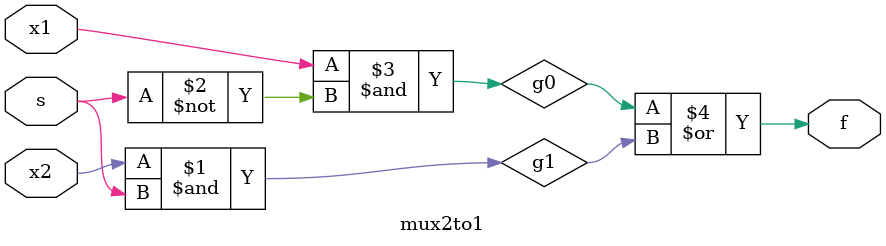
<source format=v>
`timescale 1ns / 1ps

 module mux2to1(
    input x1, x2, s,
    output f
    );
    
    and A1(g1, x2, s);
    and A0(g0, x1, ~s);
    or O0(f, g0, g1);
endmodule
</source>
